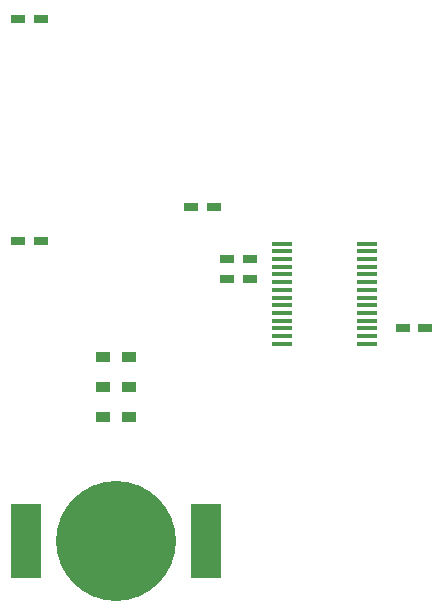
<source format=gbr>
G04 #@! TF.GenerationSoftware,KiCad,Pcbnew,(5.0.0)*
G04 #@! TF.CreationDate,2018-10-04T20:09:54-05:00*
G04 #@! TF.ProjectId,ClockBoard,436C6F636B426F6172642E6B69636164,rev?*
G04 #@! TF.SameCoordinates,Original*
G04 #@! TF.FileFunction,Paste,Top*
G04 #@! TF.FilePolarity,Positive*
%FSLAX46Y46*%
G04 Gerber Fmt 4.6, Leading zero omitted, Abs format (unit mm)*
G04 Created by KiCad (PCBNEW (5.0.0)) date 10/04/18 20:09:54*
%MOMM*%
%LPD*%
G01*
G04 APERTURE LIST*
%ADD10R,1.200000X0.750000*%
%ADD11R,1.200000X0.900000*%
%ADD12R,1.750000X0.450000*%
%ADD13R,2.540000X6.350000*%
%ADD14C,10.160000*%
G04 APERTURE END LIST*
D10*
G04 #@! TO.C,C2*
X140792200Y-91414600D03*
X142692200Y-91414600D03*
G04 #@! TD*
G04 #@! TO.C,C3*
X126136400Y-94310200D03*
X128036400Y-94310200D03*
G04 #@! TD*
G04 #@! TO.C,C4*
X126136400Y-75514200D03*
X128036400Y-75514200D03*
G04 #@! TD*
G04 #@! TO.C,C5*
X145719800Y-95842308D03*
X143819800Y-95842308D03*
G04 #@! TD*
G04 #@! TO.C,C6*
X145719800Y-97485200D03*
X143819800Y-97485200D03*
G04 #@! TD*
G04 #@! TO.C,C7*
X160599200Y-101696750D03*
X158699200Y-101696750D03*
G04 #@! TD*
D11*
G04 #@! TO.C,R1*
X135466000Y-109194600D03*
X133266000Y-109194600D03*
G04 #@! TD*
G04 #@! TO.C,R2*
X135466000Y-106654600D03*
X133266000Y-106654600D03*
G04 #@! TD*
G04 #@! TO.C,R3*
X135466000Y-104114600D03*
X133266000Y-104114600D03*
G04 #@! TD*
D12*
G04 #@! TO.C,U3*
X155651200Y-102992150D03*
X155651200Y-102342150D03*
X155651200Y-101692150D03*
X155651200Y-101042150D03*
X155651200Y-100392150D03*
X155651200Y-99742150D03*
X155651200Y-99092150D03*
X155651200Y-98442150D03*
X155651200Y-97792150D03*
X155651200Y-97142150D03*
X155651200Y-96492150D03*
X155651200Y-95842150D03*
X155651200Y-95192150D03*
X155651200Y-94542150D03*
X148451200Y-94542150D03*
X148451200Y-95192150D03*
X148451200Y-95842150D03*
X148451200Y-96492150D03*
X148451200Y-97142150D03*
X148451200Y-97792150D03*
X148451200Y-98442150D03*
X148451200Y-99092150D03*
X148451200Y-99742150D03*
X148451200Y-100392150D03*
X148451200Y-101042150D03*
X148451200Y-101692150D03*
X148451200Y-102342150D03*
X148451200Y-102992150D03*
G04 #@! TD*
D13*
G04 #@! TO.C,BT1*
X126746000Y-119735600D03*
X141986000Y-119735600D03*
D14*
X134366000Y-119735600D03*
G04 #@! TD*
M02*

</source>
